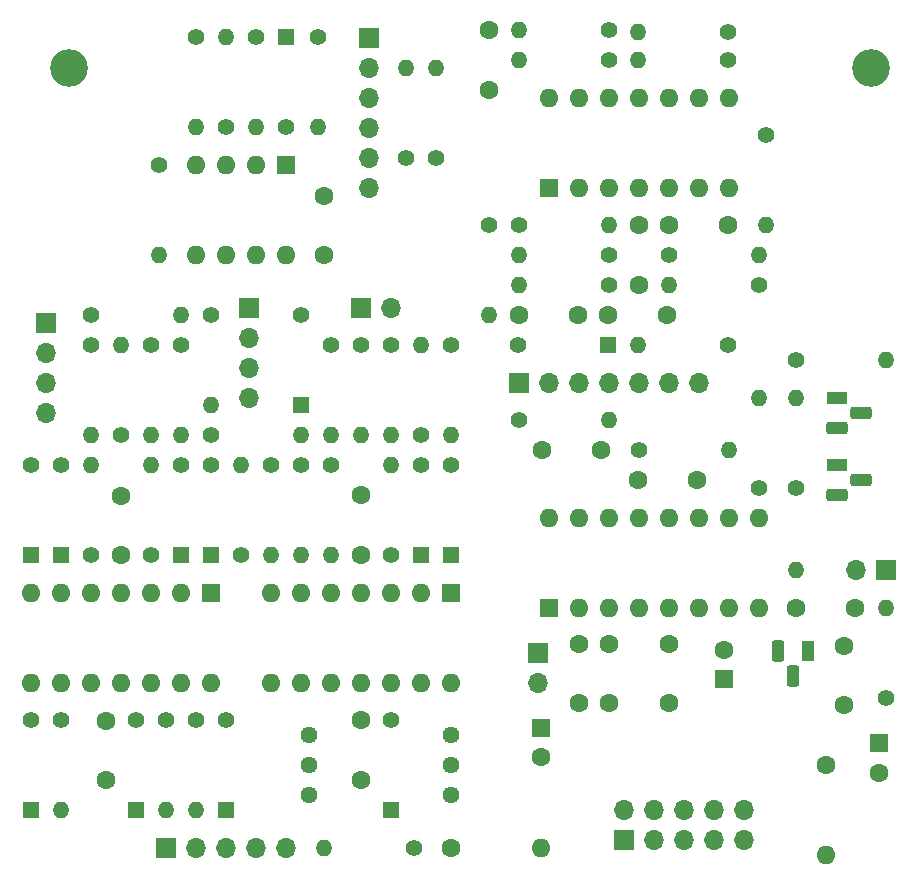
<source format=gbr>
%TF.GenerationSoftware,KiCad,Pcbnew,7.0.10*%
%TF.CreationDate,2025-02-21T10:20:25+00:00*%
%TF.ProjectId,VC_ADSR_D80-R,56435f41-4453-4525-9f44-38302d522e6b,rev?*%
%TF.SameCoordinates,Original*%
%TF.FileFunction,Soldermask,Bot*%
%TF.FilePolarity,Negative*%
%FSLAX46Y46*%
G04 Gerber Fmt 4.6, Leading zero omitted, Abs format (unit mm)*
G04 Created by KiCad (PCBNEW 7.0.10) date 2025-02-21 10:20:25*
%MOMM*%
%LPD*%
G01*
G04 APERTURE LIST*
G04 Aperture macros list*
%AMRoundRect*
0 Rectangle with rounded corners*
0 $1 Rounding radius*
0 $2 $3 $4 $5 $6 $7 $8 $9 X,Y pos of 4 corners*
0 Add a 4 corners polygon primitive as box body*
4,1,4,$2,$3,$4,$5,$6,$7,$8,$9,$2,$3,0*
0 Add four circle primitives for the rounded corners*
1,1,$1+$1,$2,$3*
1,1,$1+$1,$4,$5*
1,1,$1+$1,$6,$7*
1,1,$1+$1,$8,$9*
0 Add four rect primitives between the rounded corners*
20,1,$1+$1,$2,$3,$4,$5,0*
20,1,$1+$1,$4,$5,$6,$7,0*
20,1,$1+$1,$6,$7,$8,$9,0*
20,1,$1+$1,$8,$9,$2,$3,0*%
G04 Aperture macros list end*
%ADD10C,1.400000*%
%ADD11O,1.400000X1.400000*%
%ADD12C,1.600000*%
%ADD13O,1.600000X1.600000*%
%ADD14R,1.400000X1.400000*%
%ADD15R,1.700000X1.700000*%
%ADD16O,1.700000X1.700000*%
%ADD17C,3.200000*%
%ADD18R,1.600000X1.600000*%
%ADD19R,1.100000X1.800000*%
%ADD20RoundRect,0.275000X0.275000X0.625000X-0.275000X0.625000X-0.275000X-0.625000X0.275000X-0.625000X0*%
%ADD21R,1.800000X1.100000*%
%ADD22RoundRect,0.275000X-0.625000X0.275000X-0.625000X-0.275000X0.625000X-0.275000X0.625000X0.275000X0*%
%ADD23C,1.440000*%
G04 APERTURE END LIST*
D10*
%TO.C,R44*%
X149860000Y-125095000D03*
D11*
X149860000Y-117475000D03*
%TD*%
D12*
%TO.C,C17*%
X102235000Y-87590000D03*
X102235000Y-82590000D03*
%TD*%
D10*
%TO.C,R27*%
X136485000Y-95250000D03*
D11*
X128865000Y-95250000D03*
%TD*%
D12*
%TO.C,FB2*%
X144780000Y-130810000D03*
D13*
X144780000Y-138430000D03*
%TD*%
D14*
%TO.C,D3*%
X110490000Y-113030000D03*
D10*
X110490000Y-105410000D03*
%TD*%
D14*
%TO.C,D7*%
X100330000Y-100330000D03*
D10*
X100330000Y-92710000D03*
%TD*%
%TO.C,R8*%
X85090000Y-102870000D03*
D11*
X85090000Y-95250000D03*
%TD*%
D15*
%TO.C,J6*%
X106045000Y-69215000D03*
D16*
X106045000Y-71755000D03*
X106045000Y-74295000D03*
X106045000Y-76835000D03*
X106045000Y-79375000D03*
X106045000Y-81915000D03*
%TD*%
D17*
%TO.C,REF\u002A\u002A*%
X148590000Y-71755000D03*
%TD*%
D15*
%TO.C,J3*%
X105410000Y-92075000D03*
D16*
X107950000Y-92075000D03*
%TD*%
D12*
%TO.C,C12*%
X128905000Y-85090000D03*
X128905000Y-90090000D03*
%TD*%
%TO.C,C6*%
X116205000Y-68580000D03*
X116205000Y-73580000D03*
%TD*%
D18*
%TO.C,U4*%
X99060000Y-79970000D03*
D13*
X96520000Y-79970000D03*
X93980000Y-79970000D03*
X91440000Y-79970000D03*
X91440000Y-87590000D03*
X93980000Y-87590000D03*
X96520000Y-87590000D03*
X99060000Y-87590000D03*
%TD*%
D15*
%TO.C,J7*%
X149860000Y-114240000D03*
D16*
X147320000Y-114240000D03*
D11*
X142210000Y-114240000D03*
%TD*%
D12*
%TO.C,C15*%
X105410000Y-112950000D03*
X105410000Y-107950000D03*
%TD*%
D18*
%TO.C,U1*%
X92710000Y-116205000D03*
D13*
X90170000Y-116205000D03*
X87630000Y-116205000D03*
X85090000Y-116205000D03*
X82550000Y-116205000D03*
X80010000Y-116205000D03*
X77470000Y-116205000D03*
X77470000Y-123825000D03*
X80010000Y-123825000D03*
X82550000Y-123825000D03*
X85090000Y-123825000D03*
X87630000Y-123825000D03*
X90170000Y-123825000D03*
X92710000Y-123825000D03*
%TD*%
D10*
%TO.C,R21*%
X116205000Y-85090000D03*
D11*
X116205000Y-92710000D03*
%TD*%
D12*
%TO.C,C16*%
X105410000Y-127000000D03*
X105410000Y-132000000D03*
%TD*%
D10*
%TO.C,R6*%
X105410000Y-95250000D03*
D11*
X105410000Y-102870000D03*
%TD*%
D12*
%TO.C,C2*%
X131445000Y-125563000D03*
X131445000Y-120563000D03*
%TD*%
D10*
%TO.C,R40*%
X139065000Y-107315000D03*
D11*
X139065000Y-99695000D03*
%TD*%
D10*
%TO.C,R30*%
X142240000Y-96520000D03*
D11*
X149860000Y-96520000D03*
%TD*%
D10*
%TO.C,R41*%
X126365000Y-68580000D03*
D11*
X118745000Y-68580000D03*
%TD*%
D10*
%TO.C,R19*%
X113030000Y-95250000D03*
D11*
X113030000Y-102870000D03*
%TD*%
D14*
%TO.C,D11*%
X86360000Y-134620000D03*
D10*
X86360000Y-127000000D03*
%TD*%
%TO.C,R29*%
X88900000Y-127000000D03*
D11*
X88900000Y-134620000D03*
%TD*%
D14*
%TO.C,D2*%
X90170000Y-113030000D03*
D10*
X90170000Y-105410000D03*
%TD*%
D12*
%TO.C,C1*%
X123785000Y-92710000D03*
X118785000Y-92710000D03*
%TD*%
%TO.C,C3*%
X120690000Y-104140000D03*
X125690000Y-104140000D03*
%TD*%
%TO.C,C9*%
X123825000Y-120523000D03*
X123825000Y-125523000D03*
%TD*%
D10*
%TO.C,R28*%
X126365000Y-87630000D03*
D11*
X118745000Y-87630000D03*
%TD*%
D10*
%TO.C,R53*%
X88265000Y-79970000D03*
D11*
X88265000Y-87590000D03*
%TD*%
D18*
%TO.C,U2*%
X113030000Y-116205000D03*
D13*
X110490000Y-116205000D03*
X107950000Y-116205000D03*
X105410000Y-116205000D03*
X102870000Y-116205000D03*
X100330000Y-116205000D03*
X97790000Y-116205000D03*
X97790000Y-123825000D03*
X100330000Y-123825000D03*
X102870000Y-123825000D03*
X105410000Y-123825000D03*
X107950000Y-123825000D03*
X110490000Y-123825000D03*
X113030000Y-123825000D03*
%TD*%
D10*
%TO.C,R25*%
X128905000Y-104140000D03*
D11*
X136525000Y-104140000D03*
%TD*%
D10*
%TO.C,R7*%
X107950000Y-113030000D03*
D11*
X107950000Y-105410000D03*
%TD*%
D14*
%TO.C,D13*%
X107950000Y-134620000D03*
D10*
X107950000Y-127000000D03*
%TD*%
D14*
%TO.C,D1*%
X80010000Y-113030000D03*
D10*
X80010000Y-105410000D03*
%TD*%
%TO.C,R4*%
X87630000Y-113030000D03*
D11*
X87630000Y-105410000D03*
%TD*%
D10*
%TO.C,R45*%
X109855000Y-137795000D03*
D11*
X102235000Y-137795000D03*
%TD*%
D14*
%TO.C,D8*%
X126325000Y-95250000D03*
D10*
X118705000Y-95250000D03*
%TD*%
D14*
%TO.C,D4*%
X77470000Y-113030000D03*
D10*
X77470000Y-105410000D03*
%TD*%
%TO.C,R23*%
X126365000Y-90170000D03*
D11*
X118745000Y-90170000D03*
%TD*%
D10*
%TO.C,R34*%
X91440000Y-127000000D03*
D11*
X91440000Y-134620000D03*
%TD*%
D12*
%TO.C,FB1*%
X113030000Y-137795000D03*
D13*
X120650000Y-137795000D03*
%TD*%
D10*
%TO.C,R18*%
X102870000Y-95250000D03*
D11*
X102870000Y-102870000D03*
%TD*%
D14*
%TO.C,D12*%
X93980000Y-134620000D03*
D10*
X93980000Y-127000000D03*
%TD*%
D14*
%TO.C,D9*%
X99060000Y-69175000D03*
D10*
X99060000Y-76795000D03*
%TD*%
D12*
%TO.C,C5*%
X131445000Y-85090000D03*
X136445000Y-85090000D03*
%TD*%
D10*
%TO.C,R16*%
X107950000Y-95250000D03*
D11*
X107950000Y-102870000D03*
%TD*%
D10*
%TO.C,R54*%
X101727000Y-69175000D03*
D11*
X101727000Y-76795000D03*
%TD*%
D15*
%TO.C,J4*%
X118745000Y-98425000D03*
D16*
X121285000Y-98425000D03*
X123825000Y-98425000D03*
X126365000Y-98425000D03*
X128905000Y-98425000D03*
X131445000Y-98425000D03*
X133985000Y-98425000D03*
%TD*%
D10*
%TO.C,R31*%
X118745000Y-101600000D03*
D11*
X126365000Y-101600000D03*
%TD*%
D15*
%TO.C,J1*%
X78740000Y-93345000D03*
D16*
X78740000Y-95885000D03*
X78740000Y-98425000D03*
X78740000Y-100965000D03*
%TD*%
D19*
%TO.C,U6*%
X143256000Y-121139000D03*
D20*
X141986000Y-123209000D03*
X140716000Y-121139000D03*
%TD*%
D14*
%TO.C,D6*%
X113030000Y-113030000D03*
D10*
X113030000Y-105410000D03*
%TD*%
D17*
%TO.C,REF\u002A\u002A*%
X80645000Y-71755000D03*
%TD*%
D10*
%TO.C,R33*%
X139700000Y-77470000D03*
D11*
X139700000Y-85090000D03*
%TD*%
D12*
%TO.C,C11*%
X83820000Y-127040000D03*
X83820000Y-132040000D03*
%TD*%
D10*
%TO.C,R36*%
X109220000Y-79375000D03*
D11*
X109220000Y-71755000D03*
%TD*%
D21*
%TO.C,Q1*%
X145650000Y-99695000D03*
D22*
X147720000Y-100965000D03*
X145650000Y-102235000D03*
%TD*%
D12*
%TO.C,C20*%
X133858000Y-106680000D03*
X128858000Y-106680000D03*
%TD*%
D18*
%TO.C,U3*%
X121285000Y-81915000D03*
D13*
X123825000Y-81915000D03*
X126365000Y-81915000D03*
X128905000Y-81915000D03*
X131445000Y-81915000D03*
X133985000Y-81915000D03*
X136525000Y-81915000D03*
X136525000Y-74295000D03*
X133985000Y-74295000D03*
X131445000Y-74295000D03*
X128905000Y-74295000D03*
X126365000Y-74295000D03*
X123825000Y-74295000D03*
X121285000Y-74295000D03*
%TD*%
D10*
%TO.C,R5*%
X100330000Y-105410000D03*
D11*
X100330000Y-113030000D03*
%TD*%
D15*
%TO.C,J5*%
X88900000Y-137795000D03*
D16*
X91440000Y-137795000D03*
X93980000Y-137795000D03*
X96520000Y-137795000D03*
X99060000Y-137795000D03*
%TD*%
D10*
%TO.C,R1*%
X82550000Y-95250000D03*
D11*
X82550000Y-102870000D03*
%TD*%
D10*
%TO.C,R55*%
X96520000Y-69175000D03*
D11*
X96520000Y-76795000D03*
%TD*%
D10*
%TO.C,R9*%
X92710000Y-102870000D03*
D11*
X100330000Y-102870000D03*
%TD*%
D15*
%TO.C,J9*%
X127635000Y-137160000D03*
D16*
X127635000Y-134620000D03*
X130175000Y-137160000D03*
X130175000Y-134620000D03*
X132715000Y-137160000D03*
X132715000Y-134620000D03*
X135255000Y-137160000D03*
X135255000Y-134620000D03*
X137795000Y-137160000D03*
X137795000Y-134620000D03*
%TD*%
D14*
%TO.C,D10*%
X77470000Y-134620000D03*
D10*
X77470000Y-127000000D03*
%TD*%
%TO.C,R56*%
X93980000Y-76795000D03*
D11*
X93980000Y-69175000D03*
%TD*%
D10*
%TO.C,R2*%
X82550000Y-113030000D03*
D11*
X82550000Y-105410000D03*
%TD*%
D10*
%TO.C,R42*%
X136485000Y-71120000D03*
D11*
X128865000Y-71120000D03*
%TD*%
D12*
%TO.C,C18*%
X146304000Y-125690000D03*
X146304000Y-120690000D03*
%TD*%
D14*
%TO.C,D5*%
X92710000Y-113030000D03*
D10*
X92710000Y-105410000D03*
%TD*%
D18*
%TO.C,C14*%
X149225000Y-128945000D03*
D12*
X149225000Y-131445000D03*
%TD*%
D10*
%TO.C,R3*%
X90170000Y-95250000D03*
D11*
X90170000Y-102870000D03*
%TD*%
D10*
%TO.C,R12*%
X92710000Y-92710000D03*
D11*
X92710000Y-100330000D03*
%TD*%
D10*
%TO.C,R39*%
X126365000Y-71120000D03*
D11*
X118745000Y-71120000D03*
%TD*%
D18*
%TO.C,U5*%
X121285000Y-117475000D03*
D13*
X123825000Y-117475000D03*
X126365000Y-117475000D03*
X128905000Y-117475000D03*
X131445000Y-117475000D03*
X133985000Y-117475000D03*
X136525000Y-117475000D03*
X139065000Y-117475000D03*
X139065000Y-109855000D03*
X136525000Y-109855000D03*
X133985000Y-109855000D03*
X131445000Y-109855000D03*
X128905000Y-109855000D03*
X126365000Y-109855000D03*
X123825000Y-109855000D03*
X121285000Y-109855000D03*
%TD*%
D10*
%TO.C,R57*%
X91440000Y-69175000D03*
D11*
X91440000Y-76795000D03*
%TD*%
D10*
%TO.C,R10*%
X110490000Y-102870000D03*
D11*
X110490000Y-95250000D03*
%TD*%
D23*
%TO.C,RV1*%
X113030000Y-128270000D03*
X113030000Y-130810000D03*
X113030000Y-133350000D03*
%TD*%
D12*
%TO.C,C10*%
X85090000Y-113030000D03*
X85090000Y-108030000D03*
%TD*%
D10*
%TO.C,R13*%
X102870000Y-105410000D03*
D11*
X102870000Y-113030000D03*
%TD*%
D15*
%TO.C,J2*%
X95895000Y-92075000D03*
D16*
X95895000Y-94615000D03*
X95895000Y-97155000D03*
X95895000Y-99695000D03*
%TD*%
D12*
%TO.C,C8*%
X126365000Y-125523000D03*
X126365000Y-120523000D03*
%TD*%
%TO.C,C7*%
X142240000Y-117475000D03*
X147240000Y-117475000D03*
%TD*%
D10*
%TO.C,R35*%
X139065000Y-90170000D03*
D11*
X131445000Y-90170000D03*
%TD*%
D10*
%TO.C,R37*%
X142240000Y-107315000D03*
D11*
X142240000Y-99695000D03*
%TD*%
D21*
%TO.C,Q2*%
X145650000Y-105410000D03*
D22*
X147720000Y-106680000D03*
X145650000Y-107950000D03*
%TD*%
D10*
%TO.C,R15*%
X95250000Y-113030000D03*
D11*
X95250000Y-105410000D03*
%TD*%
D10*
%TO.C,R24*%
X80010000Y-127000000D03*
D11*
X80010000Y-134620000D03*
%TD*%
D10*
%TO.C,R32*%
X111760000Y-79375000D03*
D11*
X111760000Y-71755000D03*
%TD*%
D10*
%TO.C,R17*%
X82550000Y-92710000D03*
D11*
X90170000Y-92710000D03*
%TD*%
D23*
%TO.C,RV2*%
X100965000Y-128270000D03*
X100965000Y-130810000D03*
X100965000Y-133350000D03*
%TD*%
D18*
%TO.C,C19*%
X136144000Y-123531000D03*
D12*
X136144000Y-121031000D03*
%TD*%
D18*
%TO.C,C13*%
X120650000Y-127635000D03*
D12*
X120650000Y-130135000D03*
%TD*%
D10*
%TO.C,R22*%
X118745000Y-85090000D03*
D11*
X126365000Y-85090000D03*
%TD*%
D10*
%TO.C,R38*%
X131445000Y-87630000D03*
D11*
X139065000Y-87630000D03*
%TD*%
D12*
%TO.C,C4*%
X126325000Y-92710000D03*
X131325000Y-92710000D03*
%TD*%
D10*
%TO.C,R11*%
X87630000Y-95250000D03*
D11*
X87630000Y-102870000D03*
%TD*%
D10*
%TO.C,R14*%
X97790000Y-105410000D03*
D11*
X97790000Y-113030000D03*
%TD*%
D10*
%TO.C,R43*%
X136485000Y-68707000D03*
D11*
X128865000Y-68707000D03*
%TD*%
D15*
%TO.C,J8*%
X120396000Y-121280000D03*
D16*
X120396000Y-123820000D03*
%TD*%
M02*

</source>
